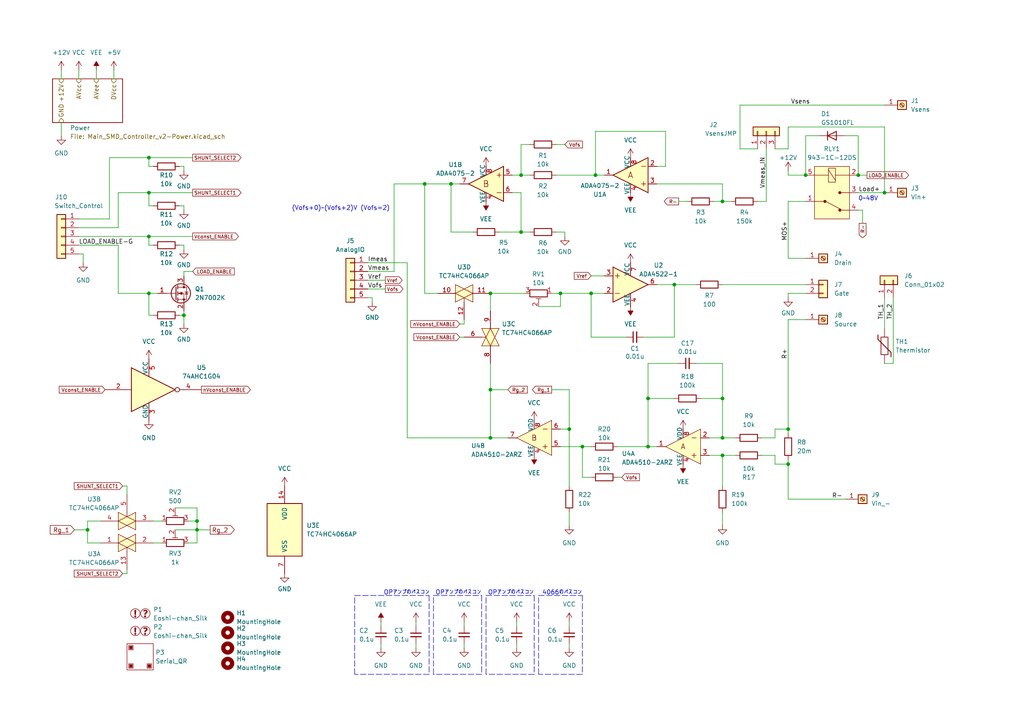
<source format=kicad_sch>
(kicad_sch (version 20250114) (generator "eeschema") (generator_version "9.0")
  (paper "A4")
  (text "0~48V" (at 248.92 58.42 0) (effects (font (size 1.27 1.27)) (justify left bottom)))
  (text "OPアンプのパスコン" (at 111.252 172.72 0) (effects (font (size 1.27 1.27)) (justify left bottom)))
  (text "(Vofs+0)~(Vofs+2)V (Vofs=2)" (at 84.582 61.214 0) (effects (font (size 1.27 1.27)) (justify left bottom)))
  (text "OPアンプのパスコン" (at 139.7 172.72 0) (effects (font (size 1.27 1.27)) (justify right bottom)))
  (text "4066のパスコン" (at 168.91 172.72 0) (effects (font (size 1.27 1.27)) (justify right bottom)))
  (text "OPアンプのパスコン" (at 154.94 172.72 0) (effects (font (size 1.27 1.27)) (justify right bottom)))
  (junction (at 53.34 91.44))
  (junction (at 142.24 113.03))
  (junction (at 228.6 124.46))
  (junction (at 195.58 82.55))
  (junction (at 233.68 50.8))
  (junction (at 248.92 50.8))
  (junction (at 209.55 115.57))
  (junction (at 209.55 132.08))
  (junction (at 151.13 67.31))
  (junction (at 142.24 85.09))
  (junction (at 165.1 124.46))
  (junction (at 43.18 85.09))
  (junction (at 187.96 129.54))
  (junction (at 43.18 45.72))
  (junction (at 209.55 127))
  (junction (at 43.18 55.88))
  (junction (at 57.15 151.13))
  (junction (at 171.45 85.09))
  (junction (at 151.13 50.8))
  (junction (at 123.19 53.34))
  (junction (at 162.56 85.09))
  (junction (at 43.18 68.58))
  (junction (at 187.96 115.57))
  (junction (at 172.72 50.8))
  (junction (at 209.55 58.42))
  (junction (at 25.4 153.67))
  (junction (at 130.81 53.34))
  (junction (at 57.15 153.67))
  (junction (at 256.54 55.88))
  (junction (at 228.6 134.62))
  (junction (at 142.24 127))
  (junction (at 168.91 129.54))
  (wire (pts (xy 248.92 60.96) (xy 250.19 60.96)))
  (wire (pts (xy 171.45 85.09) (xy 175.26 85.09)))
  (wire (pts (xy 144.78 67.31) (xy 151.13 67.31)))
  (wire (pts (xy 224.79 124.46) (xy 228.6 124.46)))
  (wire (pts (xy 228.6 134.62) (xy 228.6 144.78)))
  (wire (pts (xy 196.85 58.42) (xy 199.39 58.42)))
  (wire (pts (xy 43.18 55.88) (xy 55.88 55.88)))
  (wire (pts (xy 196.85 105.41) (xy 187.96 105.41)))
  (wire (pts (xy 53.34 78.74) (xy 53.34 80.01)))
  (wire (pts (xy 120.65 180.34) (xy 120.65 181.61)))
  (wire (pts (xy 21.59 153.67) (xy 25.4 153.67)))
  (wire (pts (xy 52.07 71.12) (xy 53.34 71.12)))
  (wire (pts (xy 142.24 85.09) (xy 152.4 85.09)))
  (polyline (pts (xy 124.46 172.72) (xy 124.46 195.58)) (stroke (width 0) (type dash)))
  (wire (pts (xy 209.55 127) (xy 213.36 127)))
  (wire (pts (xy 29.21 151.13) (xy 25.4 151.13)))
  (wire (pts (xy 57.15 151.13) (xy 57.15 153.67)))
  (wire (pts (xy 228.6 74.93) (xy 233.68 74.93)))
  (wire (pts (xy 214.63 30.48) (xy 214.63 43.18)))
  (wire (pts (xy 256.54 95.25) (xy 256.54 86.36)))
  (wire (pts (xy 57.15 153.67) (xy 57.15 157.48)))
  (wire (pts (xy 151.13 67.31) (xy 153.67 67.31)))
  (wire (pts (xy 44.45 91.44) (xy 43.18 91.44)))
  (polyline (pts (xy 102.87 172.72) (xy 124.46 172.72)) (stroke (width 0) (type dash)))
  (wire (pts (xy 250.19 60.96) (xy 250.19 64.77)))
  (wire (pts (xy 35.56 166.37) (xy 36.83 166.37)))
  (wire (pts (xy 228.6 85.09) (xy 228.6 86.36)))
  (wire (pts (xy 25.4 153.67) (xy 25.4 157.48)))
  (wire (pts (xy 44.45 151.13) (xy 46.99 151.13)))
  (wire (pts (xy 190.5 82.55) (xy 195.58 82.55)))
  (wire (pts (xy 161.29 50.8) (xy 172.72 50.8)))
  (wire (pts (xy 209.55 132.08) (xy 213.36 132.08)))
  (wire (pts (xy 44.45 59.69) (xy 43.18 59.69)))
  (wire (pts (xy 165.1 124.46) (xy 165.1 140.97)))
  (wire (pts (xy 43.18 68.58) (xy 43.18 71.12)))
  (wire (pts (xy 180.34 138.43) (xy 179.07 138.43)))
  (wire (pts (xy 228.6 124.46) (xy 228.6 125.73)))
  (wire (pts (xy 33.02 20.32) (xy 33.02 22.86)))
  (wire (pts (xy 142.24 127) (xy 147.32 127)))
  (wire (pts (xy 22.86 68.58) (xy 43.18 68.58)))
  (wire (pts (xy 147.32 113.03) (xy 142.24 113.03)))
  (wire (pts (xy 171.45 80.01) (xy 175.26 80.01)))
  (wire (pts (xy 134.62 180.34) (xy 134.62 181.61)))
  (wire (pts (xy 43.18 85.09) (xy 45.72 85.09)))
  (wire (pts (xy 44.45 71.12) (xy 43.18 71.12)))
  (polyline (pts (xy 156.21 195.58) (xy 156.21 172.72)) (stroke (width 0) (type dash)))
  (wire (pts (xy 224.79 132.08) (xy 224.79 134.62)))
  (wire (pts (xy 205.74 127) (xy 209.55 127)))
  (wire (pts (xy 187.96 115.57) (xy 187.96 129.54)))
  (wire (pts (xy 54.61 151.13) (xy 57.15 151.13)))
  (wire (pts (xy 22.86 63.5) (xy 31.75 63.5)))
  (wire (pts (xy 50.8 153.67) (xy 57.15 153.67)))
  (wire (pts (xy 127 85.09) (xy 123.19 85.09)))
  (wire (pts (xy 162.56 124.46) (xy 165.1 124.46)))
  (wire (pts (xy 195.58 82.55) (xy 201.93 82.55)))
  (polyline (pts (xy 156.21 172.72) (xy 168.91 172.72)) (stroke (width 0) (type dash)))
  (wire (pts (xy 168.91 129.54) (xy 171.45 129.54)))
  (wire (pts (xy 133.35 93.98) (xy 134.62 93.98)))
  (wire (pts (xy 57.15 147.32) (xy 57.15 151.13)))
  (wire (pts (xy 156.21 88.9) (xy 162.56 88.9)))
  (wire (pts (xy 123.19 53.34) (xy 130.81 53.34)))
  (wire (pts (xy 142.24 105.41) (xy 142.24 113.03)))
  (wire (pts (xy 43.18 55.88) (xy 43.18 59.69)))
  (wire (pts (xy 228.6 50.8) (xy 233.68 50.8)))
  (wire (pts (xy 114.3 53.34) (xy 114.3 78.74)))
  (wire (pts (xy 123.19 53.34) (xy 123.19 85.09)))
  (wire (pts (xy 22.86 20.32) (xy 22.86 22.86)))
  (wire (pts (xy 43.18 45.72) (xy 43.18 48.26)))
  (wire (pts (xy 25.4 151.13) (xy 25.4 153.67)))
  (wire (pts (xy 53.34 90.17) (xy 53.34 91.44)))
  (wire (pts (xy 222.25 58.42) (xy 219.71 58.42)))
  (wire (pts (xy 233.68 58.42) (xy 228.6 58.42)))
  (wire (pts (xy 36.83 166.37) (xy 36.83 165.1)))
  (wire (pts (xy 142.24 113.03) (xy 142.24 127)))
  (polyline (pts (xy 125.73 172.72) (xy 139.7 172.72)) (stroke (width 0) (type dash)))
  (wire (pts (xy 130.81 53.34) (xy 130.81 67.31)))
  (wire (pts (xy 110.49 186.69) (xy 110.49 187.96)))
  (wire (pts (xy 165.1 180.34) (xy 165.1 181.61)))
  (wire (pts (xy 203.2 115.57) (xy 209.55 115.57)))
  (wire (pts (xy 162.56 85.09) (xy 171.45 85.09)))
  (wire (pts (xy 24.13 73.66) (xy 22.86 73.66)))
  (wire (pts (xy 160.02 85.09) (xy 162.56 85.09)))
  (wire (pts (xy 233.68 85.09) (xy 228.6 85.09)))
  (polyline (pts (xy 139.7 195.58) (xy 125.73 195.58)) (stroke (width 0) (type dash)))
  (wire (pts (xy 130.81 53.34) (xy 133.35 53.34)))
  (wire (pts (xy 259.08 86.36) (xy 259.08 105.41)))
  (wire (pts (xy 193.04 38.1) (xy 193.04 48.26)))
  (wire (pts (xy 214.63 43.18) (xy 219.71 43.18)))
  (wire (pts (xy 107.95 86.36) (xy 106.68 86.36)))
  (wire (pts (xy 237.49 39.37) (xy 233.68 39.37)))
  (wire (pts (xy 149.86 186.69) (xy 149.86 187.96)))
  (polyline (pts (xy 102.87 195.58) (xy 102.87 172.72)) (stroke (width 0) (type dash)))
  (wire (pts (xy 256.54 105.41) (xy 259.08 105.41)))
  (wire (pts (xy 190.5 48.26) (xy 193.04 48.26)))
  (wire (pts (xy 52.07 91.44) (xy 53.34 91.44)))
  (wire (pts (xy 172.72 38.1) (xy 172.72 50.8)))
  (wire (pts (xy 34.29 55.88) (xy 34.29 66.04)))
  (wire (pts (xy 205.74 132.08) (xy 209.55 132.08)))
  (wire (pts (xy 228.6 133.35) (xy 228.6 134.62)))
  (wire (pts (xy 53.34 71.12) (xy 53.34 72.39)))
  (wire (pts (xy 25.4 157.48) (xy 29.21 157.48)))
  (wire (pts (xy 53.34 59.69) (xy 53.34 60.96)))
  (wire (pts (xy 209.55 53.34) (xy 209.55 58.42)))
  (wire (pts (xy 161.29 41.91) (xy 163.83 41.91)))
  (wire (pts (xy 165.1 124.46) (xy 165.1 113.03)))
  (wire (pts (xy 228.6 92.71) (xy 228.6 124.46)))
  (wire (pts (xy 256.54 36.83) (xy 256.54 55.88)))
  (wire (pts (xy 52.07 48.26) (xy 53.34 48.26)))
  (wire (pts (xy 168.91 129.54) (xy 168.91 138.43)))
  (wire (pts (xy 165.1 148.59) (xy 165.1 152.4)))
  (wire (pts (xy 44.45 157.48) (xy 46.99 157.48)))
  (wire (pts (xy 209.55 105.41) (xy 209.55 115.57)))
  (wire (pts (xy 163.83 67.31) (xy 163.83 68.58)))
  (wire (pts (xy 133.35 97.79) (xy 134.62 97.79)))
  (wire (pts (xy 114.3 53.34) (xy 123.19 53.34)))
  (wire (pts (xy 162.56 88.9) (xy 162.56 85.09)))
  (wire (pts (xy 142.24 85.09) (xy 142.24 90.17)))
  (wire (pts (xy 224.79 134.62) (xy 228.6 134.62)))
  (wire (pts (xy 209.55 58.42) (xy 212.09 58.42)))
  (polyline (pts (xy 140.97 172.72) (xy 154.94 172.72)) (stroke (width 0) (type dash)))
  (wire (pts (xy 220.98 127) (xy 224.79 127)))
  (wire (pts (xy 248.92 50.8) (xy 248.92 39.37)))
  (wire (pts (xy 233.68 92.71) (xy 228.6 92.71)))
  (wire (pts (xy 36.83 140.97) (xy 36.83 143.51)))
  (wire (pts (xy 228.6 36.83) (xy 256.54 36.83)))
  (wire (pts (xy 228.6 144.78) (xy 245.11 144.78)))
  (wire (pts (xy 224.79 127) (xy 224.79 124.46)))
  (wire (pts (xy 209.55 82.55) (xy 233.68 82.55)))
  (wire (pts (xy 201.93 105.41) (xy 209.55 105.41)))
  (wire (pts (xy 222.25 43.18) (xy 222.25 58.42)))
  (wire (pts (xy 34.29 71.12) (xy 22.86 71.12)))
  (wire (pts (xy 120.65 186.69) (xy 120.65 187.96)))
  (wire (pts (xy 179.07 129.54) (xy 187.96 129.54)))
  (wire (pts (xy 34.29 85.09) (xy 43.18 85.09)))
  (wire (pts (xy 153.67 41.91) (xy 151.13 41.91)))
  (wire (pts (xy 160.02 113.03) (xy 165.1 113.03)))
  (wire (pts (xy 209.55 115.57) (xy 209.55 127)))
  (wire (pts (xy 57.15 153.67) (xy 60.96 153.67)))
  (wire (pts (xy 34.29 71.12) (xy 34.29 85.09)))
  (wire (pts (xy 228.6 43.18) (xy 228.6 36.83)))
  (wire (pts (xy 43.18 68.58) (xy 55.88 68.58)))
  (wire (pts (xy 220.98 132.08) (xy 224.79 132.08)))
  (wire (pts (xy 44.45 48.26) (xy 43.18 48.26)))
  (wire (pts (xy 43.18 85.09) (xy 43.18 91.44)))
  (polyline (pts (xy 139.7 172.72) (xy 139.7 195.58)) (stroke (width 0) (type dash)))
  (wire (pts (xy 171.45 85.09) (xy 171.45 97.79)))
  (wire (pts (xy 149.86 180.34) (xy 149.86 181.61)))
  (wire (pts (xy 195.58 115.57) (xy 187.96 115.57)))
  (wire (pts (xy 43.18 45.72) (xy 55.88 45.72)))
  (polyline (pts (xy 140.97 195.58) (xy 140.97 172.72)) (stroke (width 0) (type dash)))
  (wire (pts (xy 224.79 43.18) (xy 228.6 43.18)))
  (polyline (pts (xy 168.91 172.72) (xy 168.91 195.58)) (stroke (width 0) (type dash)))
  (wire (pts (xy 148.59 55.88) (xy 151.13 55.88)))
  (wire (pts (xy 106.68 83.82) (xy 111.76 83.82)))
  (wire (pts (xy 106.68 81.28) (xy 111.76 81.28)))
  (wire (pts (xy 151.13 50.8) (xy 153.67 50.8)))
  (wire (pts (xy 207.01 58.42) (xy 209.55 58.42)))
  (wire (pts (xy 50.8 147.32) (xy 57.15 147.32)))
  (wire (pts (xy 209.55 132.08) (xy 209.55 140.97)))
  (wire (pts (xy 114.3 78.74) (xy 106.68 78.74)))
  (wire (pts (xy 54.61 157.48) (xy 57.15 157.48)))
  (wire (pts (xy 134.62 93.98) (xy 134.62 92.71)))
  (wire (pts (xy 55.88 78.74) (xy 53.34 78.74)))
  (wire (pts (xy 187.96 129.54) (xy 190.5 129.54)))
  (wire (pts (xy 31.75 63.5) (xy 31.75 45.72)))
  (wire (pts (xy 256.54 30.48) (xy 214.63 30.48)))
  (wire (pts (xy 151.13 41.91) (xy 151.13 50.8)))
  (wire (pts (xy 31.75 45.72) (xy 43.18 45.72)))
  (wire (pts (xy 110.49 180.34) (xy 110.49 181.61)))
  (wire (pts (xy 186.69 97.79) (xy 195.58 97.79)))
  (wire (pts (xy 161.29 67.31) (xy 163.83 67.31)))
  (wire (pts (xy 228.6 49.53) (xy 228.6 50.8)))
  (polyline (pts (xy 168.91 195.58) (xy 156.21 195.58)) (stroke (width 0) (type dash)))
  (polyline (pts (xy 124.46 195.58) (xy 102.87 195.58)) (stroke (width 0) (type dash)))
  (wire (pts (xy 195.58 82.55) (xy 195.58 97.79)))
  (wire (pts (xy 165.1 186.69) (xy 165.1 187.96)))
  (wire (pts (xy 53.34 91.44) (xy 53.34 93.98)))
  (wire (pts (xy 35.56 140.97) (xy 36.83 140.97)))
  (wire (pts (xy 27.94 20.32) (xy 27.94 22.86)))
  (wire (pts (xy 34.29 66.04) (xy 22.86 66.04)))
  (wire (pts (xy 118.11 127) (xy 142.24 127)))
  (wire (pts (xy 134.62 186.69) (xy 134.62 187.96)))
  (wire (pts (xy 172.72 50.8) (xy 175.26 50.8)))
  (wire (pts (xy 34.29 55.88) (xy 43.18 55.88)))
  (wire (pts (xy 172.72 38.1) (xy 193.04 38.1)))
  (wire (pts (xy 187.96 105.41) (xy 187.96 115.57)))
  (wire (pts (xy 171.45 97.79) (xy 181.61 97.79)))
  (wire (pts (xy 24.13 76.2) (xy 24.13 73.66)))
  (wire (pts (xy 137.16 67.31) (xy 130.81 67.31)))
  (wire (pts (xy 107.95 87.63) (xy 107.95 86.36)))
  (wire (pts (xy 53.34 48.26) (xy 53.34 49.53)))
  (wire (pts (xy 118.11 127) (xy 118.11 76.2)))
  (wire (pts (xy 233.68 39.37) (xy 233.68 50.8)))
  (wire (pts (xy 52.07 59.69) (xy 53.34 59.69)))
  (wire (pts (xy 148.59 50.8) (xy 151.13 50.8)))
  (wire (pts (xy 17.78 35.56) (xy 17.78 39.37)))
  (wire (pts (xy 17.78 20.32) (xy 17.78 22.86)))
  (wire (pts (xy 151.13 55.88) (xy 151.13 67.31)))
  (wire (pts (xy 118.11 76.2) (xy 106.68 76.2)))
  (polyline (pts (xy 154.94 172.72) (xy 154.94 195.58)) (stroke (width 0) (type dash)))
  (wire (pts (xy 256.54 55.88) (xy 248.92 55.88)))
  (polyline (pts (xy 125.73 195.58) (xy 125.73 172.72)) (stroke (width 0) (type dash)))
  (wire (pts (xy 190.5 53.34) (xy 209.55 53.34)))
  (wire (pts (xy 245.11 39.37) (xy 248.92 39.37)))
  (wire (pts (xy 209.55 148.59) (xy 209.55 152.4)))
  (wire (pts (xy 248.92 50.8) (xy 251.46 50.8)))
  (polyline (pts (xy 154.94 195.58) (xy 140.97 195.58)) (stroke (width 0) (type dash)))
  (wire (pts (xy 168.91 138.43) (xy 171.45 138.43)))
  (wire (pts (xy 228.6 58.42) (xy 228.6 74.93)))
  (wire (pts (xy 162.56 129.54) (xy 168.91 129.54)))
  (label "Imeas" (at 106.68 76.2 0))
  (label "TH_2" (at 259.08 92.71 90))
  (label "MOS+" (at 228.6 69.85 90))
  (label "TH_1" (at 256.54 92.71 90))
  (label "Vmeas_IN" (at 222.25 54.61 90))
  (label "LOAD_ENABLE-G" (at 22.86 71.12 0))
  (label "Vofs" (at 106.68 83.82 0))
  (label "Vref" (at 106.68 81.28 0))
  (label "R+" (at 228.6 104.14 90))
  (label "Load+" (at 255.27 55.88 180))
  (label "Vsens" (at 234.95 30.48 180))
  (label "R-" (at 241.3 144.78 0))
  (label "Vmeas" (at 106.68 78.74 0))
  (global_label "Vref" (shape output) (at 111.76 81.28 0) (effects (font (size 1.016 1.016))) (property "Intersheetrefs" "${INTERSHEET_REFS}" (effects (hide yes))))
  (global_label "SHUNT_SELECT2" (shape output) (at 55.88 45.72 0) (effects (font (size 1.016 1.016))) (property "Intersheetrefs" "${INTERSHEET_REFS}" (effects (hide yes))))
  (global_label "Rg_1" (shape output) (at 160.02 113.03 180) (effects (font (size 1.016 1.016))) (property "Intersheetrefs" "${INTERSHEET_REFS}" (effects (hide yes))))
  (global_label "Vconst_ENABLE" (shape output) (at 55.88 68.58 0) (effects (font (size 1.016 1.016))) (property "Intersheetrefs" "${INTERSHEET_REFS}" (effects (hide yes))))
  (global_label "R-" (shape output) (at 196.85 58.42 180) (effects (font (size 1.016 1.016))) (property "Intersheetrefs" "${INTERSHEET_REFS}" (effects (hide yes))))
  (global_label "Rg_2" (shape output) (at 60.96 153.67 0) (property "Intersheetrefs" "${INTERSHEET_REFS}" (effects (hide yes))))
  (global_label "nVconst_ENABLE" (shape input) (at 133.35 93.98 180) (effects (font (size 1.016 1.016))) (property "Intersheetrefs" "${INTERSHEET_REFS}" (effects (hide yes))))
  (global_label "SHUNT_SELECT2" (shape input) (at 35.56 166.37 180) (effects (font (size 1.016 1.016))) (property "Intersheetrefs" "${INTERSHEET_REFS}" (effects (hide yes))))
  (global_label "Rg_2" (shape input) (at 147.32 113.03 0) (effects (font (size 1.016 1.016))) (property "Intersheetrefs" "${INTERSHEET_REFS}" (effects (hide yes))))
  (global_label "LOAD_ENABLE" (shape input) (at 55.88 78.74 0) (effects (font (size 1.016 1.016))) (property "Intersheetrefs" "${INTERSHEET_REFS}" (effects (hide yes))))
  (global_label "Vofs" (shape output) (at 111.76 83.82 0) (effects (font (size 1.016 1.016))) (property "Intersheetrefs" "${INTERSHEET_REFS}" (effects (hide yes))))
  (global_label "Vconst_ENABLE" (shape input) (at 133.35 97.79 180) (effects (font (size 1.016 1.016))) (property "Intersheetrefs" "${INTERSHEET_REFS}" (effects (hide yes))))
  (global_label "Vconst_ENABLE" (shape input) (at 30.48 113.03 180) (effects (font (size 1.016 1.016))) (property "Intersheetrefs" "${INTERSHEET_REFS}" (effects (hide yes))))
  (global_label "Vofs" (shape input) (at 180.34 138.43 0) (effects (font (size 1.016 1.016))) (property "Intersheetrefs" "${INTERSHEET_REFS}" (effects (hide yes))))
  (global_label "Vref" (shape input) (at 171.45 80.01 180) (effects (font (size 1.016 1.016))) (property "Intersheetrefs" "${INTERSHEET_REFS}" (effects (hide yes))))
  (global_label "nVconst_ENABLE" (shape output) (at 58.42 113.03 0) (effects (font (size 1.016 1.016))) (property "Intersheetrefs" "${INTERSHEET_REFS}" (effects (hide yes))))
  (global_label "SHUNT_SELECT1" (shape output) (at 55.88 55.88 0) (effects (font (size 1.016 1.016))) (property "Intersheetrefs" "${INTERSHEET_REFS}" (effects (hide yes))))
  (global_label "Rg_1" (shape input) (at 21.59 153.67 180) (property "Intersheetrefs" "${INTERSHEET_REFS}" (effects (hide yes))))
  (global_label "R-" (shape output) (at 250.19 64.77 270) (effects (font (size 1.016 1.016))) (property "Intersheetrefs" "${INTERSHEET_REFS}" (effects (hide yes))))
  (global_label "Vofs" (shape input) (at 163.83 41.91 0) (effects (font (size 1.016 1.016))) (property "Intersheetrefs" "${INTERSHEET_REFS}" (effects (hide yes))))
  (global_label "LOAD_ENABLE" (shape output) (at 251.46 50.8 0) (effects (font (size 1.016 1.016))) (property "Intersheetrefs" "${INTERSHEET_REFS}" (effects (hide yes))))
  (global_label "SHUNT_SELECT1" (shape input) (at 35.56 140.97 180) (effects (font (size 1.016 1.016))) (property "Intersheetrefs" "${INTERSHEET_REFS}" (effects (hide yes))))
  (hierarchical_label "DVcc" (shape output) (at 33.02 22.86 270))
  (hierarchical_label "+12V" (shape output) (at 17.78 22.86 270))
  (hierarchical_label "AVee" (shape output) (at 27.94 22.86 270))
  (hierarchical_label "GND" (shape output) (at 17.78 35.56 90))
  (hierarchical_label "AVcc" (shape output) (at 22.86 22.86 270))
  (symbol (lib_id "power:VEE") (at 182.88 55.88 180) (unit 1)
    (property "Reference" "#PWR060" (effects (hide yes)))
    (property "Value" "VEE" (at 182.88 60.96 0))
    (property "Description" "Power symbol creates a global label with name \"VEE\"" (effects (hide yes)))
  )
  (symbol (lib_id "power:VEE") (at 140.97 58.42 180) (unit 1)
    (property "Reference" "#PWR059" (effects (hide yes)))
    (property "Value" "VEE" (at 140.97 63.5 0))
    (property "Description" "Power symbol creates a global label with name \"VEE\"" (effects (hide yes)))
  )
  (symbol (lib_id "Device:C_Small") (at 165.1 184.15 0) (mirror y) (unit 1)
    (property "Reference" "C6" (at 158.75 182.88 0) (effects (justify right)))
    (property "Value" "0.1u" (at 158.75 185.42 0) (effects (justify right)))
    (property "Footprint" "Capacitor_SMD:C_0603_1608Metric" (effects (hide yes)))
    (property "Akizuki_code" "116143" (effects (hide yes)))
  )
  (symbol (lib_id "Connector:Screw_Terminal_01x01") (at 250.19 144.78 0) (unit 1)
    (property "Reference" "J9" (at 252.73 143.5099 0) (effects (justify left)))
    (property "Value" "Vin_-" (at 252.73 146.0499 0) (effects (justify left)))
    (property "Footprint" "AM_Conn_ScrewTerminal:ScrewTerminal_01x01_PCB-20" (effects (hide yes)))
    (property "Datasheet" "https://akizukidenshi.com/goodsaffix/PCB-20(362)F.pdf" (effects (hide yes)))
    (property "Akizuki_code" "112148" (effects (hide yes)))
  )
  (symbol (lib_id "Device:R_Potentiometer_Trim") (at 50.8 157.48 90) (unit 1)
    (property "Reference" "RV3" (at 50.8 160.528 90))
    (property "Value" "1k" (at 50.8 163.068 90))
    (property "Footprint" "Potentiometer_THT:Potentiometer_Bourns_3296W_Vertical" (effects (hide yes)))
    (property "Description" "Trim-potentiometer" (effects (hide yes)))
  )
  (symbol (lib_id "Device:C_Small") (at 120.65 184.15 0) (unit 1)
    (property "Reference" "C3" (at 114.3 182.88 0) (effects (justify left)))
    (property "Value" "0.1u" (at 114.3 185.42 0) (effects (justify left)))
    (property "Footprint" "Capacitor_SMD:C_0603_1608Metric" (effects (hide yes)))
    (property "Akizuki_code" "116143" (effects (hide yes)))
  )
  (symbol (lib_id "Device:R") (at 48.26 59.69 90) (unit 1)
    (property "Reference" "R11" (at 48.26 62.23 90))
    (property "Value" "10k" (at 48.26 64.77 90))
    (property "Footprint" "Resistor_SMD:R_0603_1608Metric" (effects (hide yes)))
  )
  (symbol (lib_id "Akizuki_Relay:Relay_1_C") (at 241.3 55.88 270) (unit 1)
    (property "Reference" "RLY1" (at 241.3 43.18 90))
    (property "Value" "943-1C-12DS" (at 241.3 45.72 90))
    (property "Footprint" "AM_Relay:HSINDA-943_12A-1C_5p" (effects (hide yes)))
    (property "Datasheet" "https://akizukidenshi.com/goodsaffix/943.pdf" (effects (hide yes)))
    (property "Description" "RELAY GEN PURPOSE SPDT 10A 5V" (effects (hide yes)))
    (property "Digi-Key_PN" "Z1011-ND" (effects (hide yes)))
    (property "MPN" "G5LE-14 DC5" (effects (hide yes)))
    (property "Category" "Relays" (effects (hide yes)))
    (property "Family" "Power Relays, Over 2 Amps" (effects (hide yes)))
    (property "DK_Datasheet_Link" "https://omronfs.omron.com/en_US/ecb/products/pdf/en-g5le.pdf" (effects (hide yes)))
    (property "DK_Detail_Page" "/product-detail/en/omron-electronics-inc-emc-div/G5LE-14-DC5/Z1011-ND/280371" (effects (hide yes)))
    (property "Manufacturer" "Omron Electronics Inc-EMC Div" (effects (hide yes)))
    (property "Status" "Active" (effects (hide yes)))
    (property "Akizuki_code" "117418" (effects (hide yes)))
  )
  (symbol (lib_id "Device:R") (at 157.48 50.8 90) (unit 1)
    (property "Reference" "R2" (at 157.48 53.975 90))
    (property "Value" "10k" (at 157.48 56.515 90))
    (property "Footprint" "Resistor_SMD:R_0603_1608Metric" (effects (hide yes)))
  )
  (symbol (lib_id "Device:R") (at 140.97 67.31 90) (unit 1)
    (property "Reference" "R5" (at 146.05 70.358 90))
    (property "Value" "10k" (at 146.05 72.898 90))
    (property "Footprint" "Resistor_SMD:R_0603_1608Metric" (effects (hide yes)))
  )
  (symbol (lib_id "Device:R") (at 48.26 48.26 90) (unit 1)
    (property "Reference" "R10" (at 48.26 50.8 90))
    (property "Value" "10k" (at 48.26 53.34 90))
    (property "Footprint" "Resistor_SMD:R_0603_1608Metric" (effects (hide yes)))
  )
  (symbol (lib_id "Mechanical:MountingHole") (at 66.04 179.07 0) (unit 1) (exclude_from_sim yes) (in_bom no)
    (property "Reference" "H1" (at 68.58 177.7999 0) (effects (justify left)))
    (property "Value" "MountingHole" (at 68.58 180.3399 0) (effects (justify left)))
    (property "Footprint" "MountingHole:MountingHole_3.2mm_M3" (effects (hide yes)))
  )
  (symbol (lib_id "Device:C_Small") (at 199.39 105.41 90) (mirror x) (unit 1)
    (property "Reference" "C17" (at 199.39 99.568 90))
    (property "Value" "0.01u" (at 199.3837 101.981 90))
    (property "Footprint" "Capacitor_SMD:C_0402_1005Metric" (effects (hide yes)))
    (property "Akizuki_code" "116112" (effects (hide yes)))
  )
  (symbol (lib_id "Device:R") (at 209.55 144.78 180) (unit 1)
    (property "Reference" "R19" (at 212.09 143.5099 0) (effects (justify right)))
    (property "Value" "100k" (at 212.09 146.0499 0) (effects (justify right)))
    (property "Description" "Resistor" (effects (hide yes)))
  )
  (symbol (lib_id "Device:C_Small") (at 134.62 184.15 0) (mirror y) (unit 1)
    (property "Reference" "C4" (at 128.27 182.88 0) (effects (justify right)))
    (property "Value" "0.1u" (at 128.27 185.42 0) (effects (justify right)))
    (property "Footprint" "Capacitor_SMD:C_0603_1608Metric" (effects (hide yes)))
    (property "Akizuki_code" "116143" (effects (hide yes)))
  )
  (symbol (lib_id "Amplifier_Operational:ADA4075-2") (at 140.97 53.34 0) (mirror y) (unit 2)
    (property "Reference" "U1" (at 132.08 47.752 0))
    (property "Value" "ADA4075-2" (at 132.08 50.292 0))
    (property "Footprint" "Package_SO:SOIC-8_3.9x4.9mm_P1.27mm" (effects (hide yes)))
    (property "Datasheet" "https://www.analog.com/static/imported-files/data_sheets/ADA4075-2.pdf" (effects (hide yes)))
    (property "Description" "Ultralow Noise Amplifier at Lower Power, SOIC-8/LFCSP-8" (effects (hide yes)))
  )
  (symbol (lib_id "Device:R") (at 157.48 67.31 90) (unit 1)
    (property "Reference" "R6" (at 157.48 70.485 90))
    (property "Value" "10k" (at 157.48 73.025 90))
    (property "Footprint" "Resistor_SMD:R_0603_1608Metric" (effects (hide yes)))
  )
  (symbol (lib_id "AM_Opamp:NJM4580E") (at 198.12 129.54 0) (mirror y) (unit 1)
    (property "Reference" "U4" (at 180.34 131.572 0) (effects (justify right)))
    (property "Value" "ADA4510-2ARZ" (at 180.34 134.112 0) (effects (justify right)))
    (property "Footprint" "Package_SO:SOP-8_3.9x4.9mm_P1.27mm" (effects (hide yes)))
    (property "Datasheet" "https://akizukidenshi.com/goodsaffix/NJM4580_j.pdf" (effects (hide yes)))
    (property "AkizukiCode" "114003" (effects (hide yes)))
  )
  (symbol (lib_id "Device:R") (at 203.2 58.42 90) (unit 1)
    (property "Reference" "R3" (at 203.2 61.595 90))
    (property "Value" "10k" (at 203.2 64.135 90))
    (property "Footprint" "Resistor_THT:R_Axial_DIN0207_L6.3mm_D2.5mm_P10.16mm_Horizontal" (effects (hide yes)))
  )
  (symbol (lib_id "Device:Thermistor") (at 256.54 100.33 0) (unit 1)
    (property "Reference" "TH1" (at 259.715 99.0599 0) (effects (justify left)))
    (property "Value" "Thermistor" (at 259.715 101.5999 0) (effects (justify left)))
    (property "Footprint" "Capacitor_THT:C_Disc_D3.0mm_W1.6mm_P2.50mm" (effects (hide yes)))
    (property "Datasheet" "https://akizukidenshi.com/goodsaffix/NXFT15-series.pdf" (effects (hide yes)))
    (property "Akizuki_code" "105251" (effects (hide yes)))
  )
  (symbol (lib_id "Connector:Screw_Terminal_01x01") (at 238.76 74.93 0) (unit 1)
    (property "Reference" "J4" (at 241.935 73.6599 0) (effects (justify left)))
    (property "Value" "Drain" (at 241.935 76.1999 0) (effects (justify left)))
    (property "Footprint" "AM_Conn_ScrewTerminal:ScrewTerminal_01x01_PCB-20" (effects (hide yes)))
    (property "Datasheet" "https://akizukidenshi.com/goodsaffix/PCB-20(362)F.pdf" (effects (hide yes)))
    (property "Akizuki_code" "112148" (effects (hide yes)))
  )
  (symbol (lib_id "Connector_Generic:Conn_01x02") (at 238.76 82.55 0) (unit 1)
    (property "Reference" "J7" (at 241.935 82.5499 0) (effects (justify left)))
    (property "Value" "Gate" (at 241.935 85.0899 0) (effects (justify left)))
    (property "Footprint" "Connector_JST:JST_XH_B2B-XH-A_1x02_P2.50mm_Vertical" (effects (hide yes)))
    (property "Datasheet" "https://akizukidenshi.com/goodsaffix/xh.pdf" (effects (hide yes)))
    (property "Akizuki_code" "112247" (effects (hide yes)))
  )
  (symbol (lib_id "power:GND") (at 163.83 68.58 0) (unit 1)
    (property "Reference" "#PWR06" (effects (hide yes)))
    (property "Value" "GND" (at 163.83 73.025 0))
  )
  (symbol (lib_name "+12V_1") (lib_id "power:+12V") (at 17.78 20.32 0) (unit 1)
    (property "Reference" "#PWR049" (effects (hide yes)))
    (property "Value" "+12V" (at 17.78 15.24 0))
    (property "Description" "Power symbol creates a global label with name \"+12V\"" (effects (hide yes)))
  )
  (symbol (lib_id "Device:R") (at 217.17 132.08 270) (mirror x) (unit 1)
    (property "Reference" "R17" (at 217.17 138.43 90))
    (property "Value" "10k" (at 217.17 135.89 90))
    (property "Description" "Resistor" (effects (hide yes)))
  )
  (symbol (lib_id "4xxx:4066") (at 134.62 85.09 180) (unit 4)
    (property "Reference" "U3" (at 134.62 77.47 0))
    (property "Value" "TC74HC4066AP" (at 134.62 80.01 0))
    (property "Footprint" "Package_DIP:DIP-14_W7.62mm_Socket" (effects (hide yes)))
    (property "Datasheet" "https://www.marutsu.co.jp/contents/shop/marutsu/datasheet/TC74HC4066A.pdf" (effects (hide yes)))
    (property "Akizuki_code" "105673" (effects (hide yes)))
  )
  (symbol (lib_id "Device:C_Small") (at 149.86 184.15 0) (mirror y) (unit 1)
    (property "Reference" "C5" (at 143.51 182.88 0) (effects (justify right)))
    (property "Value" "0.1u" (at 143.51 185.42 0) (effects (justify right)))
    (property "Footprint" "Capacitor_SMD:C_0603_1608Metric" (effects (hide yes)))
    (property "Akizuki_code" "116143" (effects (hide yes)))
  )
  (symbol (lib_id "power:GND") (at 53.34 49.53 0) (unit 1)
    (property "Reference" "#PWR013" (effects (hide yes)))
    (property "Value" "GND" (at 53.34 53.975 0))
  )
  (symbol (lib_id "Transistor_FET:2N7002K") (at 50.8 85.09 0) (unit 1)
    (property "Reference" "Q1" (at 56.515 83.8199 0) (effects (justify left)))
    (property "Value" "2N7002K" (at 56.515 86.3599 0) (effects (justify left)))
    (property "Footprint" "Package_TO_SOT_SMD:SOT-23" (effects (hide yes)))
    (property "Datasheet" "https://akizukidenshi.com/goodsaffix/2N7002K.pdf" (effects (hide yes)))
    (property "Akizuki_code" "104256" (effects (hide yes)))
  )
  (symbol (lib_id "power:VEE") (at 27.94 20.32 0) (unit 1)
    (property "Reference" "#PWR051" (effects (hide yes)))
    (property "Value" "VEE" (at 27.94 15.24 0))
    (property "Description" "Power symbol creates a global label with name \"VEE\"" (effects (hide yes)))
  )
  (symbol (lib_id "Device:R") (at 217.17 127 90) (unit 1)
    (property "Reference" "R9" (at 217.17 120.65 90))
    (property "Value" "10k" (at 217.17 123.19 90))
    (property "Description" "Resistor" (effects (hide yes)))
  )
  (symbol (lib_id "power:GND") (at 24.13 76.2 0) (unit 1)
    (property "Reference" "#PWR018" (effects (hide yes)))
    (property "Value" "GND" (at 24.13 81.28 0))
  )
  (symbol (lib_name "NJM4580E_1") (lib_id "AM_Opamp:NJM4580E") (at 154.94 127 0) (mirror y) (unit 2)
    (property "Reference" "U4" (at 136.652 129.286 0) (effects (justify right)))
    (property "Value" "ADA4510-2ARZ" (at 136.652 131.826 0) (effects (justify right)))
    (property "Footprint" "Package_SO:SOP-8_3.9x4.9mm_P1.27mm" (effects (hide yes)))
    (property "Datasheet" "https://akizukidenshi.com/goodsaffix/NJM4580_j.pdf" (effects (hide yes)))
    (property "AkizukiCode" "114003" (effects (hide yes)))
  )
  (symbol (lib_id "Connector_Generic:Conn_01x02") (at 256.54 81.28 90) (unit 1)
    (property "Reference" "J6" (at 262.255 80.0099 90) (effects (justify right)))
    (property "Value" "Conn_01x02" (at 262.255 82.5499 90) (effects (justify right)))
    (property "Footprint" "Connector_JST:JST_XH_B2B-XH-A_1x02_P2.50mm_Vertical" (effects (hide yes)))
    (property "Datasheet" "https://akizukidenshi.com/goodsaffix/xh.pdf" (effects (hide yes)))
    (property "Akizuki_code" "112247" (effects (hide yes)))
  )
  (symbol (lib_id "power:VCC") (at 165.1 180.34 0) (mirror y) (unit 1)
    (property "Reference" "#PWR026" (effects (hide yes)))
    (property "Value" "VCC" (at 165.1 175.26 0))
  )
  (symbol (lib_id "power:VCC") (at 120.65 180.34 0) (unit 1)
    (property "Reference" "#PWR023" (effects (hide yes)))
    (property "Value" "VCC" (at 120.65 175.26 0))
  )
  (symbol (lib_id "Eoshi-chan:Eoshi-chan_Silk") (at 40.64 182.88 0) (unit 1) (exclude_from_sim yes) (in_bom no)
    (property "Reference" "P2" (at 44.45 181.864 0) (effects (justify left)))
    (property "Value" "Eoshi-chan_Silk" (at 44.45 184.4039 0) (effects (justify left)))
    (property "Footprint" "Eoshi-chan_v2:Eoshi-chan-v2_10x10" (effects (hide yes)))
  )
  (symbol (lib_name "ADA4075-2_1") (lib_id "Amplifier_Operational:ADA4075-2") (at 182.88 50.8 180) (unit 1)
    (property "Reference" "U1" (at 173.99 56.388 0))
    (property "Value" "ADA4075-2" (at 173.99 53.848 0))
    (property "Footprint" "Package_SO:SOIC-8_3.9x4.9mm_P1.27mm" (effects (hide yes)))
    (property "Datasheet" "https://www.analog.com/static/imported-files/data_sheets/ADA4075-2.pdf" (effects (hide yes)))
    (property "Description" "Ultralow Noise Amplifier at Lower Power, SOIC-8/LFCSP-8" (effects (hide yes)))
  )
  (symbol (lib_name "GND_1") (lib_id "power:GND") (at 165.1 152.4 0) (unit 1)
    (property "Reference" "#PWR064" (effects (hide yes)))
    (property "Value" "GND" (at 165.1 157.48 0))
    (property "Description" "Power symbol creates a global label with name \"GND\" , ground" (effects (hide yes)))
  )
  (symbol (lib_name "VCC_1") (lib_id "power:VCC") (at 182.88 45.72 0) (unit 1)
    (property "Reference" "#PWR055" (effects (hide yes)))
    (property "Value" "VCC" (at 182.88 40.64 0))
    (property "Description" "Power symbol creates a global label with name \"VCC\"" (effects (hide yes)))
  )
  (symbol (lib_name "GND_1") (lib_id "power:GND") (at 209.55 152.4 0) (unit 1)
    (property "Reference" "#PWR065" (effects (hide yes)))
    (property "Value" "GND" (at 209.55 157.48 0))
    (property "Description" "Power symbol creates a global label with name \"GND\" , ground" (effects (hide yes)))
  )
  (symbol (lib_id "power:GND") (at 53.34 72.39 0) (unit 1)
    (property "Reference" "#PWR017" (effects (hide yes)))
    (property "Value" "GND" (at 53.34 76.835 0))
  )
  (symbol (lib_name "GND_1") (lib_id "power:GND") (at 17.78 39.37 0) (unit 1)
    (property "Reference" "#PWR053" (effects (hide yes)))
    (property "Value" "GND" (at 17.78 44.45 0))
    (property "Description" "Power symbol creates a global label with name \"GND\" , ground" (effects (hide yes)))
  )
  (symbol (lib_name "VCC_1") (lib_id "power:VCC") (at 140.97 48.26 0) (unit 1)
    (property "Reference" "#PWR054" (effects (hide yes)))
    (property "Value" "VCC" (at 140.97 43.18 0))
    (property "Description" "Power symbol creates a global label with name \"VCC\"" (effects (hide yes)))
  )
  (symbol (lib_id "Connector_Generic:Conn_01x05") (at 101.6 81.28 0) (mirror y) (unit 1)
    (property "Reference" "J5" (at 101.6 69.85 0))
    (property "Value" "AnalogIO" (at 101.6 72.39 0))
    (property "Footprint" "Connector_JST:JST_XH_B5B-XH-A_1x05_P2.50mm_Vertical" (effects (hide yes)))
    (property "Description" "Generic connector, single row, 01x05, script generated (kicad-library-utils/schlib/autogen/connector/)" (effects (hide yes)))
    (property "Akizuki_code" "112249" (effects (hide yes)))
  )
  (symbol (lib_id "power:VEE") (at 182.88 88.9 180) (unit 1)
    (property "Reference" "#PWR061" (effects (hide yes)))
    (property "Value" "VEE" (at 182.88 93.98 0))
    (property "Description" "Power symbol creates a global label with name \"VEE\"" (effects (hide yes)))
  )
  (symbol (lib_id "power:GND") (at 110.49 187.96 0) (unit 1)
    (property "Reference" "#PWR027" (effects (hide yes)))
    (property "Value" "GND" (at 110.49 193.04 0))
  )
  (symbol (lib_id "4xxx:4066") (at 36.83 151.13 0) (unit 2)
    (property "Reference" "U3" (at 27.305 144.78 0))
    (property "Value" "TC74HC4066AP" (at 27.305 147.32 0))
    (property "Footprint" "Package_DIP:DIP-14_W7.62mm_Socket" (effects (hide yes)))
    (property "Datasheet" "https://www.marutsu.co.jp/contents/shop/marutsu/datasheet/TC74HC4066A.pdf" (effects (hide yes)))
    (property "Akizuki_code" "105673" (effects (hide yes)))
  )
  (symbol (lib_name "VCC_1") (lib_id "power:VCC") (at 198.12 124.46 0) (unit 1)
    (property "Reference" "#PWR058" (effects (hide yes)))
    (property "Value" "VCC" (at 198.12 119.38 0))
    (property "Description" "Power symbol creates a global label with name \"VCC\"" (effects (hide yes)))
  )
  (symbol (lib_id "power:VEE") (at 198.12 134.62 180) (unit 1)
    (property "Reference" "#PWR063" (effects (hide yes)))
    (property "Value" "VEE" (at 198.12 139.7 0))
    (property "Description" "Power symbol creates a global label with name \"VEE\"" (effects (hide yes)))
  )
  (symbol (lib_id "power:VCC") (at 43.18 104.14 0) (mirror y) (unit 1)
    (property "Reference" "#PWR016" (effects (hide yes)))
    (property "Value" "VCC" (at 43.18 99.06 0))
  )
  (symbol (lib_id "74xGxx:74AHC1G04") (at 45.72 113.03 0) (unit 1)
    (property "Reference" "U5" (at 58.42 106.6098 0))
    (property "Value" "74AHC1G04" (at 58.42 109.1498 0))
    (property "Footprint" "Package_TO_SOT_SMD:SOT-23-5" (effects (hide yes)))
    (property "Datasheet" "http://www.ti.com/lit/sg/scyt129e/scyt129e.pdf" (effects (hide yes)))
    (property "Description" "Single NOT Gate, Low-Voltage CMOS" (effects (hide yes)))
  )
  (symbol (lib_id "power:GND") (at 53.34 93.98 0) (unit 1)
    (property "Reference" "#PWR021" (effects (hide yes)))
    (property "Value" "GND" (at 53.34 98.425 0))
  )
  (symbol (lib_id "Connector:Screw_Terminal_01x01") (at 238.76 92.71 0) (unit 1)
    (property "Reference" "J8" (at 241.935 91.4399 0) (effects (justify left)))
    (property "Value" "Source" (at 241.935 93.9799 0) (effects (justify left)))
    (property "Footprint" "AM_Conn_ScrewTerminal:ScrewTerminal_01x01_PCB-20" (effects (hide yes)))
    (property "Datasheet" "https://akizukidenshi.com/goodsaffix/PCB-20(362)F.pdf" (effects (hide yes)))
    (property "Akizuki_code" "112148" (effects (hide yes)))
  )
  (symbol (lib_id "Mechanical:MountingHole") (at 66.04 192.405 0) (unit 1) (exclude_from_sim yes) (in_bom no)
    (property "Reference" "H4" (at 68.58 191.1349 0) (effects (justify left)))
    (property "Value" "MountingHole" (at 68.58 193.6749 0) (effects (justify left)))
    (property "Footprint" "MountingHole:MountingHole_3.2mm_M3" (effects (hide yes)))
  )
  (symbol (lib_name "GND_2") (lib_id "power:GND") (at 43.18 121.92 0) (unit 1)
    (property "Reference" "#PWR020" (effects (hide yes)))
    (property "Value" "GND" (at 43.18 127 0))
    (property "Description" "Power symbol creates a global label with name \"GND\" , ground" (effects (hide yes)))
  )
  (symbol (lib_id "Eoshi-chan:Eoshi-chan_Silk") (at 40.64 177.8 0) (unit 1) (exclude_from_sim yes) (in_bom no)
    (property "Reference" "P1" (at 44.45 176.7839 0) (effects (justify left)))
    (property "Value" "Eoshi-chan_Silk" (at 44.45 179.3239 0) (effects (justify left)))
    (property "Footprint" "Eoshi-chan:Eoshi-chan_logo_15x15" (effects (hide yes)))
  )
  (symbol (lib_name "VCC_1") (lib_id "power:VCC") (at 22.86 20.32 0) (unit 1)
    (property "Reference" "#PWR050" (effects (hide yes)))
    (property "Value" "VCC" (at 22.86 15.24 0))
    (property "Description" "Power symbol creates a global label with name \"VCC\"" (effects (hide yes)))
  )
  (symbol (lib_id "Connector:Screw_Terminal_01x01") (at 261.62 30.48 0) (unit 1)
    (property "Reference" "J1" (at 264.16 29.2099 0) (effects (justify left)))
    (property "Value" "Vsens" (at 264.16 31.7499 0) (effects (justify left)))
    (property "Footprint" "AM_Conn_ScrewTerminal:ScrewTerminal_01x01_PCB-20" (effects (hide yes)))
    (property "Datasheet" "https://akizukidenshi.com/goodsaffix/PCB-20(362)F.pdf" (effects (hide yes)))
    (property "Akizuki_code" "112148" (effects (hide yes)))
  )
  (symbol (lib_id "power:GND") (at 228.6 86.36 0) (unit 1)
    (property "Reference" "#PWR08" (effects (hide yes)))
    (property "Value" "GND" (at 228.6 90.805 0))
  )
  (symbol (lib_id "4xxx:4066") (at 142.24 97.79 90) (unit 3)
    (property "Reference" "U3" (at 145.542 93.98 90) (effects (justify right)))
    (property "Value" "TC74HC4066AP" (at 145.542 96.52 90) (effects (justify right)))
    (property "Footprint" "Package_DIP:DIP-14_W7.62mm_Socket" (effects (hide yes)))
    (property "Datasheet" "https://www.marutsu.co.jp/contents/shop/marutsu/datasheet/TC74HC4066A.pdf" (effects (hide yes)))
    (property "Akizuki_code" "105673" (effects (hide yes)))
  )
  (symbol (lib_id "Connector:Screw_Terminal_01x01") (at 261.62 55.88 0) (unit 1)
    (property "Reference" "J3" (at 264.16 54.6099 0) (effects (justify left)))
    (property "Value" "Vin+" (at 264.16 57.1499 0) (effects (justify left)))
    (property "Footprint" "AM_Conn_ScrewTerminal:ScrewTerminal_01x01_PCB-20" (effects (hide yes)))
    (property "Datasheet" "https://akizukidenshi.com/goodsaffix/PCB-20(362)F.pdf" (effects (hide yes)))
    (property "Akizuki_code" "112148" (effects (hide yes)))
  )
  (symbol (lib_id "Mechanical:MountingHole") (at 66.04 183.515 0) (unit 1) (exclude_from_sim yes) (in_bom no)
    (property "Reference" "H2" (at 68.58 182.2449 0) (effects (justify left)))
    (property "Value" "MountingHole" (at 68.58 184.7849 0) (effects (justify left)))
    (property "Footprint" "MountingHole:MountingHole_3.2mm_M3" (effects (hide yes)))
  )
  (symbol (lib_id "Device:R") (at 205.74 82.55 90) (unit 1)
    (property "Reference" "R7" (at 205.74 85.725 90))
    (property "Value" "100" (at 205.74 88.265 90))
    (property "Footprint" "Resistor_SMD:R_0603_1608Metric" (effects (hide yes)))
  )
  (symbol (lib_id "power:GND") (at 165.1 187.96 0) (mirror y) (unit 1)
    (property "Reference" "#PWR031" (effects (hide yes)))
    (property "Value" "GND" (at 165.1 193.04 0))
  )
  (symbol (lib_id "power:VCC") (at 82.55 140.97 0) (mirror y) (unit 1)
    (property "Reference" "#PWR014" (effects (hide yes)))
    (property "Value" "VCC" (at 82.55 135.89 0))
  )
  (symbol (lib_id "Mechanical:MountingHole") (at 66.04 187.96 0) (unit 1) (exclude_from_sim yes) (in_bom no)
    (property "Reference" "H3" (at 68.58 186.6899 0) (effects (justify left)))
    (property "Value" "MountingHole" (at 68.58 189.2299 0) (effects (justify left)))
    (property "Footprint" "MountingHole:MountingHole_3.2mm_M3" (effects (hide yes)))
  )
  (symbol (lib_id "power:+12V") (at 228.6 49.53 0) (unit 1)
    (property "Reference" "#PWR03" (effects (hide yes)))
    (property "Value" "+12V" (at 228.6 45.72 0))
  )
  (symbol (lib_id "Device:R_Potentiometer_Trim") (at 50.8 151.13 90) (unit 1)
    (property "Reference" "RV2" (at 50.8 142.748 90))
    (property "Value" "500" (at 50.8 145.288 90))
    (property "Footprint" "Potentiometer_THT:Potentiometer_Bourns_3296W_Vertical" (effects (hide yes)))
    (property "Description" "Trim-potentiometer" (effects (hide yes)))
  )
  (symbol (lib_id "Amplifier_Operational:ADA4522-1") (at 182.88 82.55 0) (unit 1)
    (property "Reference" "U2" (at 191.008 76.962 0))
    (property "Value" "ADA4522-1" (at 191.008 79.502 0))
    (property "Footprint" "Package_SO:SOIC-8_3.9x4.9mm_P1.27mm" (effects (hide yes)))
    (property "Datasheet" "https://www.analog.com/media/en/technical-documentation/data-sheets/ada4522-1_4522-2_4522-4.pdf" (effects (hide yes)))
    (property "Description" "55 V supply, 5uV max Vos, 3MHz GBW, EMI Enhanced, Zero Drift, 5.8 nV/√Hz, RRO single operational amplifier" (effects (hide yes)))
  )
  (symbol (lib_id "power:+5V") (at 33.02 20.32 0) (unit 1)
    (property "Reference" "#PWR052" (effects (hide yes)))
    (property "Value" "+5V" (at 33.02 15.24 0))
    (property "Description" "Power symbol creates a global label with name \"+5V\"" (effects (hide yes)))
  )
  (symbol (lib_id "Device:R") (at 175.26 129.54 90) (unit 1)
    (property "Reference" "R20" (at 175.26 124.46 90))
    (property "Value" "10k" (at 175.26 127 90))
    (property "Description" "Resistor" (effects (hide yes)))
  )
  (symbol (lib_id "Diode:1N4007") (at 241.3 39.37 0) (unit 1)
    (property "Reference" "D1" (at 238.125 33.02 0) (effects (justify left)))
    (property "Value" "GS1010FL" (at 238.125 35.56 0) (effects (justify left)))
    (property "Footprint" "Diode_SMD:D_SOD-123" (effects (hide yes)))
    (property "Datasheet" "https://akizukidenshi.com/goodsaffix/GS1000FL_SERIES.pdf" (effects (hide yes)))
    (property "Akizuki_code" "106014" (effects (hide yes)))
  )
  (symbol (lib_id "Device:R") (at 199.39 115.57 90) (unit 1)
    (property "Reference" "R18" (at 199.39 109.22 90))
    (property "Value" "100k" (at 199.39 111.76 90))
    (property "Description" "Resistor" (effects (hide yes)))
  )
  (symbol (lib_id "4xxx:4066") (at 82.55 153.67 0) (unit 5)
    (property "Reference" "U3" (at 88.9 152.3999 0) (effects (justify left)))
    (property "Value" "TC74HC4066AP" (at 88.9 154.9399 0) (effects (justify left)))
    (property "Footprint" "Package_DIP:DIP-14_W7.62mm_Socket" (effects (hide yes)))
    (property "Datasheet" "https://www.marutsu.co.jp/contents/shop/marutsu/datasheet/TC74HC4066A.pdf" (effects (hide yes)))
    (property "Akizuki_code" "105673" (effects (hide yes)))
  )
  (symbol (lib_id "Device:R_Potentiometer_Trim") (at 156.21 85.09 270) (unit 1)
    (property "Reference" "RV1" (at 156.21 79.502 90))
    (property "Value" "10k" (at 156.21 82.042 90))
    (property "Footprint" "AM_Potentiometer:TSR065103R" (effects (hide yes)))
    (property "Datasheet" "https://akizukidenshi.com/goodsaffix/TSR-C3305.pdf" (effects (hide yes)))
    (property "Akizuki_code" "112705" (effects (hide yes)))
  )
  (symbol (lib_id "Device:R") (at 48.26 91.44 270) (unit 1)
    (property "Reference" "R13" (at 48.26 93.98 90))
    (property "Value" "10k" (at 48.26 96.52 90))
    (property "Footprint" "Resistor_SMD:R_0603_1608Metric" (effects (hide yes)))
  )
  (symbol (lib_id "Device:R") (at 157.48 41.91 90) (unit 1)
    (property "Reference" "R1" (at 157.48 45.085 90))
    (property "Value" "10k" (at 157.48 47.625 90))
    (property "Footprint" "Resistor_SMD:R_0603_1608Metric" (effects (hide yes)))
  )
  (symbol (lib_id "Device:R") (at 175.26 138.43 270) (unit 1)
    (property "Reference" "R21" (at 175.26 133.35 90))
    (property "Value" "10k" (at 175.26 135.89 90))
    (property "Description" "Resistor" (effects (hide yes)))
  )
  (symbol (lib_id "power:GND") (at 107.95 87.63 0) (unit 1)
    (property "Reference" "#PWR09" (effects (hide yes)))
    (property "Value" "GND" (at 107.95 92.075 0))
  )
  (symbol (lib_id "Device:R") (at 165.1 144.78 180) (unit 1)
    (property "Reference" "R22" (at 167.64 143.5099 0) (effects (justify right)))
    (property "Value" "10k" (at 167.64 146.0499 0) (effects (justify right)))
    (property "Description" "Resistor" (effects (hide yes)))
  )
  (symbol (lib_id "power:GND") (at 149.86 187.96 0) (mirror y) (unit 1)
    (property "Reference" "#PWR030" (effects (hide yes)))
    (property "Value" "GND" (at 149.86 193.04 0))
  )
  (symbol (lib_id "power:VEE") (at 110.49 180.34 0) (unit 1)
    (property "Reference" "#PWR022" (effects (hide yes)))
    (property "Value" "VEE" (at 110.49 175.26 0))
    (property "Description" "Power symbol creates a global label with name \"VEE\"" (effects (hide yes)))
  )
  (symbol (lib_id "Device:R") (at 215.9 58.42 90) (unit 1)
    (property "Reference" "R4" (at 215.9 61.595 90))
    (property "Value" "150k" (at 215.9 64.135 90))
    (property "Footprint" "Resistor_THT:R_Axial_DIN0207_L6.3mm_D2.5mm_P10.16mm_Horizontal" (effects (hide yes)))
  )
  (symbol (lib_id "Connector_Generic:Conn_01x05") (at 17.78 68.58 0) (mirror y) (unit 1)
    (property "Reference" "J10" (at 17.78 57.15 0))
    (property "Value" "Switch_Control" (at 22.86 59.69 0))
    (property "Footprint" "Connector_JST:JST_XH_B5B-XH-A_1x05_P2.50mm_Vertical" (effects (hide yes)))
    (property "Datasheet" "https://akizukidenshi.com/goodsaffix/xh.pdf" (effects (hide yes)))
    (property "Akizuki_code" "112250" (effects (hide yes)))
  )
  (symbol (lib_id "power:GND") (at 53.34 60.96 0) (unit 1)
    (property "Reference" "#PWR015" (effects (hide yes)))
    (property "Value" "GND" (at 53.34 65.405 0))
  )
  (symbol (lib_id "power:GND") (at 134.62 187.96 0) (mirror y) (unit 1)
    (property "Reference" "#PWR029" (effects (hide yes)))
    (property "Value" "GND" (at 134.62 193.04 0))
  )
  (symbol (lib_id "power:VCC") (at 134.62 180.34 0) (mirror y) (unit 1)
    (property "Reference" "#PWR024" (effects (hide yes)))
    (property "Value" "VCC" (at 134.62 175.26 0))
  )
  (symbol (lib_id "Device:R") (at 48.26 71.12 90) (unit 1)
    (property "Reference" "R12" (at 48.26 73.66 90))
    (property "Value" "10k" (at 48.26 76.2 90))
    (property "Footprint" "Resistor_SMD:R_0603_1608Metric" (effects (hide yes)))
  )
  (symbol (lib_id "4xxx:4066") (at 36.83 157.48 0) (mirror x) (unit 1)
    (property "Reference" "U3" (at 27.305 160.655 0))
    (property "Value" "TC74HC4066AP" (at 27.305 163.195 0))
    (property "Footprint" "Package_DIP:DIP-14_W7.62mm_Socket" (effects (hide yes)))
    (property "Datasheet" "https://www.marutsu.co.jp/contents/shop/marutsu/datasheet/TC74HC4066A.pdf" (effects (hide yes)))
    (property "Akizuki_code" "105673" (effects (hide yes)))
  )
  (symbol (lib_name "VCC_1") (lib_id "power:VCC") (at 182.88 76.2 0) (unit 1)
    (property "Reference" "#PWR056" (effects (hide yes)))
    (property "Value" "VCC" (at 182.88 71.12 0))
    (property "Description" "Power symbol creates a global label with name \"VCC\"" (effects (hide yes)))
  )
  (symbol (lib_id "Device:C_Small") (at 184.15 97.79 90) (mirror x) (unit 1)
    (property "Reference" "C1" (at 184.15 101.092 90))
    (property "Value" "0.01u" (at 184.15 103.378 90))
    (property "Footprint" "Capacitor_SMD:C_0402_1005Metric" (effects (hide yes)))
    (property "Akizuki_code" "116112" (effects (hide yes)))
  )
  (symbol (lib_id "power:VCC") (at 149.86 180.34 0) (mirror y) (unit 1)
    (property "Reference" "#PWR025" (effects (hide yes)))
    (property "Value" "VCC" (at 149.86 175.26 0))
  )
  (symbol (lib_id "power:GND") (at 120.65 187.96 0) (unit 1)
    (property "Reference" "#PWR028" (effects (hide yes)))
    (property "Value" "GND" (at 120.65 193.04 0))
  )
  (symbol (lib_name "VCC_1") (lib_id "power:VCC") (at 154.94 121.92 0) (unit 1)
    (property "Reference" "#PWR057" (effects (hide yes)))
    (property "Value" "VCC" (at 154.94 116.84 0))
    (property "Description" "Power symbol creates a global label with name \"VCC\"" (effects (hide yes)))
  )
  (symbol (lib_id "Device:R") (at 228.6 129.54 0) (unit 1)
    (property "Reference" "R8" (at 231.14 128.27 0) (effects (justify left)))
    (property "Value" "20m" (at 231.14 130.81 0) (effects (justify left)))
    (property "Footprint" "Resistor_SMD:R_2512_6332Metric" (effects (hide yes)))
    (property "Datasheet" "https://akizukidenshi.com/goodsaffix/sl1tte.pdfhttps://akizukidenshi.com/goodsaffix/sl1tte.pdf" (effects (hide yes)))
    (property "Akizuki_code" "106668" (effects (hide yes)))
  )
  (symbol (lib_id "Device:C_Small") (at 110.49 184.15 0) (unit 1)
    (property "Reference" "C2" (at 104.14 182.88 0) (effects (justify left)))
    (property "Value" "0.1u" (at 104.14 185.42 0) (effects (justify left)))
    (property "Footprint" "Capacitor_SMD:C_0603_1608Metric" (effects (hide yes)))
    (property "Akizuki_code" "116143" (effects (hide yes)))
  )
  (symbol (lib_id "power:GND") (at 82.55 166.37 0) (unit 1)
    (property "Reference" "#PWR019" (effects (hide yes)))
    (property "Value" "GND" (at 82.55 170.815 0))
  )
  (symbol (lib_id "Connector_Generic:Conn_01x03") (at 222.25 38.1 90) (unit 1)
    (property "Reference" "J2" (at 205.74 36.195 90) (effects (justify right)))
    (property "Value" "VsensJMP" (at 204.47 38.735 90) (effects (justify right)))
    (property "Footprint" "Connector_PinHeader_2.54mm:PinHeader_1x03_P2.54mm_Vertical" (effects (hide yes)))
    (property "Datasheet" "https://akizukidenshi.com/goodsaffix/PH-1xXXSG-AD.pdf" (effects (hide yes)))
    (property "Akizuki_code" "103949" (effects (hide yes)))
  )
  (symbol (lib_id "power:VEE") (at 154.94 132.08 180) (unit 1)
    (property "Reference" "#PWR062" (effects (hide yes)))
    (property "Value" "VEE" (at 154.94 137.16 0))
    (property "Description" "Power symbol creates a global label with name \"VEE\"" (effects (hide yes)))
  )
  (symbol (lib_id "JLCPCB_Serial:Serial_QR") (at 40.64 190.5 0) (unit 1) (exclude_from_sim yes) (in_bom no)
    (property "Reference" "P3" (at 45.085 189.2299 0) (effects (justify left)))
    (property "Value" "Serial_QR" (at 45.085 191.7699 0) (effects (justify left)))
    (property "Footprint" "JLCPCB_Serial:Serial_QR_5x5" (effects (hide yes)))
  )
  (sheet (at 15.24 22.86) (size 20.32 12.7) (stroke (width 0.1524))
    (property "Sheetname" "Power" (at 20.32 37.846 0) (effects (justify left bottom)))
    (property "Sheetfile" "Main_SMD_Controller_v2-Power.kicad_sch" (at 20.32 38.862 0) (effects (justify left top)))
  )
)
</source>
